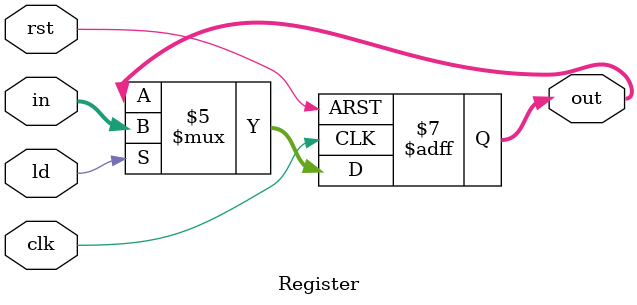
<source format=v>
module Register (clk,rst,ld,in,out);
    input clk,rst,ld;
    input [15:0]in;
    output reg [15:0]out;

    always @(posedge clk, posedge rst) begin
        if(rst==1'b1)begin
            out=16'd0;
        end
        else if(ld==1'b1)begin
             out=in;
        end
    end
    
endmodule
</source>
